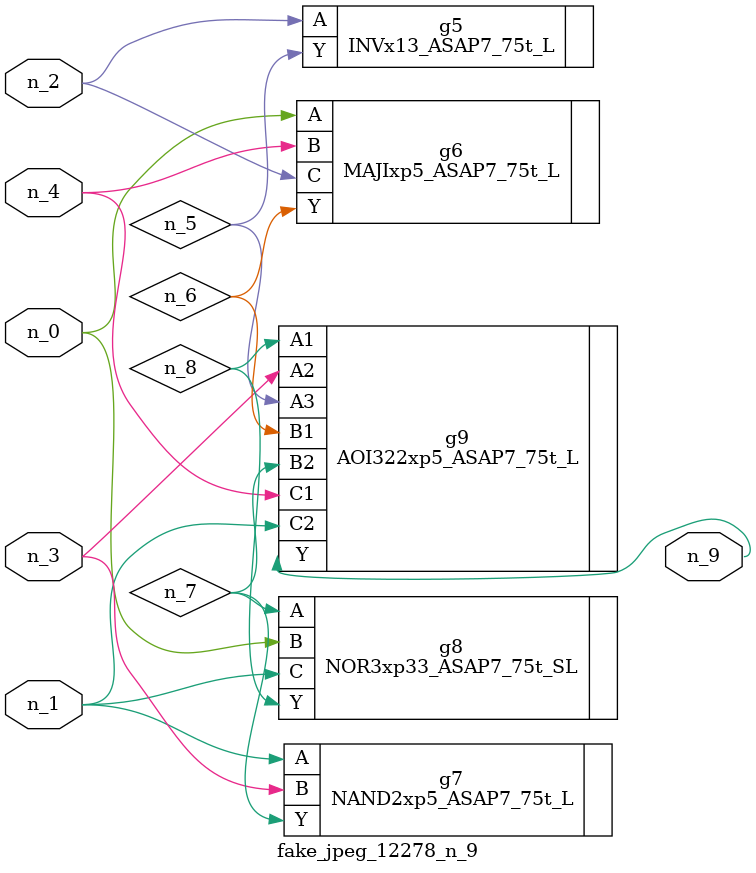
<source format=v>
module fake_jpeg_12278_n_9 (n_3, n_2, n_1, n_0, n_4, n_9);

input n_3;
input n_2;
input n_1;
input n_0;
input n_4;

output n_9;

wire n_8;
wire n_6;
wire n_5;
wire n_7;

INVx13_ASAP7_75t_L g5 ( 
.A(n_2),
.Y(n_5)
);

MAJIxp5_ASAP7_75t_L g6 ( 
.A(n_0),
.B(n_4),
.C(n_2),
.Y(n_6)
);

NAND2xp5_ASAP7_75t_L g7 ( 
.A(n_1),
.B(n_3),
.Y(n_7)
);

NOR3xp33_ASAP7_75t_SL g8 ( 
.A(n_7),
.B(n_0),
.C(n_1),
.Y(n_8)
);

AOI322xp5_ASAP7_75t_L g9 ( 
.A1(n_8),
.A2(n_3),
.A3(n_5),
.B1(n_6),
.B2(n_7),
.C1(n_4),
.C2(n_1),
.Y(n_9)
);


endmodule
</source>
